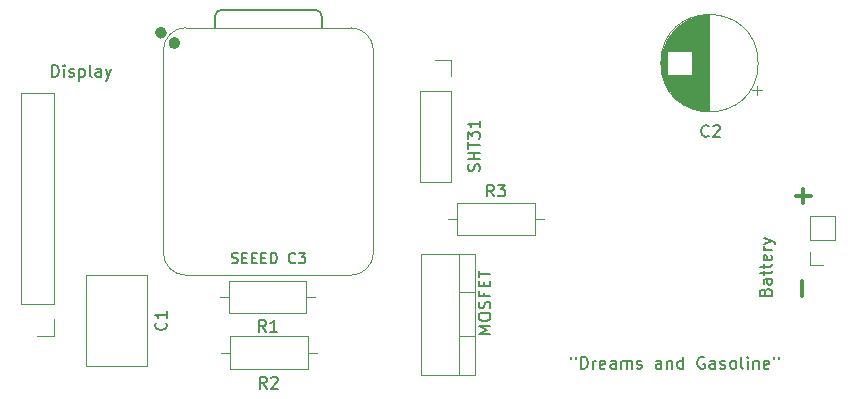
<source format=gbr>
G04 #@! TF.GenerationSoftware,KiCad,Pcbnew,9.0.4*
G04 #@! TF.CreationDate,2026-01-25T14:47:56-08:00*
G04 #@! TF.ProjectId,e-ink_PCB,652d696e-6b5f-4504-9342-2e6b69636164,rev?*
G04 #@! TF.SameCoordinates,Original*
G04 #@! TF.FileFunction,Legend,Top*
G04 #@! TF.FilePolarity,Positive*
%FSLAX46Y46*%
G04 Gerber Fmt 4.6, Leading zero omitted, Abs format (unit mm)*
G04 Created by KiCad (PCBNEW 9.0.4) date 2026-01-25 14:47:56*
%MOMM*%
%LPD*%
G01*
G04 APERTURE LIST*
%ADD10C,0.152400*%
%ADD11C,0.330200*%
%ADD12C,0.150000*%
%ADD13C,0.100000*%
%ADD14C,0.127000*%
%ADD15C,0.504000*%
%ADD16C,0.120000*%
G04 APERTURE END LIST*
D10*
X121693786Y-121351735D02*
X121693786Y-121545259D01*
X122080834Y-121351735D02*
X122080834Y-121545259D01*
X122516262Y-122367735D02*
X122516262Y-121351735D01*
X122516262Y-121351735D02*
X122758167Y-121351735D01*
X122758167Y-121351735D02*
X122903310Y-121400116D01*
X122903310Y-121400116D02*
X123000072Y-121496878D01*
X123000072Y-121496878D02*
X123048453Y-121593640D01*
X123048453Y-121593640D02*
X123096834Y-121787164D01*
X123096834Y-121787164D02*
X123096834Y-121932307D01*
X123096834Y-121932307D02*
X123048453Y-122125831D01*
X123048453Y-122125831D02*
X123000072Y-122222593D01*
X123000072Y-122222593D02*
X122903310Y-122319355D01*
X122903310Y-122319355D02*
X122758167Y-122367735D01*
X122758167Y-122367735D02*
X122516262Y-122367735D01*
X123532262Y-122367735D02*
X123532262Y-121690402D01*
X123532262Y-121883926D02*
X123580643Y-121787164D01*
X123580643Y-121787164D02*
X123629024Y-121738783D01*
X123629024Y-121738783D02*
X123725786Y-121690402D01*
X123725786Y-121690402D02*
X123822548Y-121690402D01*
X124548262Y-122319355D02*
X124451500Y-122367735D01*
X124451500Y-122367735D02*
X124257976Y-122367735D01*
X124257976Y-122367735D02*
X124161214Y-122319355D01*
X124161214Y-122319355D02*
X124112833Y-122222593D01*
X124112833Y-122222593D02*
X124112833Y-121835545D01*
X124112833Y-121835545D02*
X124161214Y-121738783D01*
X124161214Y-121738783D02*
X124257976Y-121690402D01*
X124257976Y-121690402D02*
X124451500Y-121690402D01*
X124451500Y-121690402D02*
X124548262Y-121738783D01*
X124548262Y-121738783D02*
X124596643Y-121835545D01*
X124596643Y-121835545D02*
X124596643Y-121932307D01*
X124596643Y-121932307D02*
X124112833Y-122029069D01*
X125467500Y-122367735D02*
X125467500Y-121835545D01*
X125467500Y-121835545D02*
X125419119Y-121738783D01*
X125419119Y-121738783D02*
X125322357Y-121690402D01*
X125322357Y-121690402D02*
X125128833Y-121690402D01*
X125128833Y-121690402D02*
X125032071Y-121738783D01*
X125467500Y-122319355D02*
X125370738Y-122367735D01*
X125370738Y-122367735D02*
X125128833Y-122367735D01*
X125128833Y-122367735D02*
X125032071Y-122319355D01*
X125032071Y-122319355D02*
X124983690Y-122222593D01*
X124983690Y-122222593D02*
X124983690Y-122125831D01*
X124983690Y-122125831D02*
X125032071Y-122029069D01*
X125032071Y-122029069D02*
X125128833Y-121980688D01*
X125128833Y-121980688D02*
X125370738Y-121980688D01*
X125370738Y-121980688D02*
X125467500Y-121932307D01*
X125951309Y-122367735D02*
X125951309Y-121690402D01*
X125951309Y-121787164D02*
X125999690Y-121738783D01*
X125999690Y-121738783D02*
X126096452Y-121690402D01*
X126096452Y-121690402D02*
X126241595Y-121690402D01*
X126241595Y-121690402D02*
X126338357Y-121738783D01*
X126338357Y-121738783D02*
X126386738Y-121835545D01*
X126386738Y-121835545D02*
X126386738Y-122367735D01*
X126386738Y-121835545D02*
X126435119Y-121738783D01*
X126435119Y-121738783D02*
X126531881Y-121690402D01*
X126531881Y-121690402D02*
X126677024Y-121690402D01*
X126677024Y-121690402D02*
X126773785Y-121738783D01*
X126773785Y-121738783D02*
X126822166Y-121835545D01*
X126822166Y-121835545D02*
X126822166Y-122367735D01*
X127257595Y-122319355D02*
X127354357Y-122367735D01*
X127354357Y-122367735D02*
X127547881Y-122367735D01*
X127547881Y-122367735D02*
X127644643Y-122319355D01*
X127644643Y-122319355D02*
X127693024Y-122222593D01*
X127693024Y-122222593D02*
X127693024Y-122174212D01*
X127693024Y-122174212D02*
X127644643Y-122077450D01*
X127644643Y-122077450D02*
X127547881Y-122029069D01*
X127547881Y-122029069D02*
X127402738Y-122029069D01*
X127402738Y-122029069D02*
X127305976Y-121980688D01*
X127305976Y-121980688D02*
X127257595Y-121883926D01*
X127257595Y-121883926D02*
X127257595Y-121835545D01*
X127257595Y-121835545D02*
X127305976Y-121738783D01*
X127305976Y-121738783D02*
X127402738Y-121690402D01*
X127402738Y-121690402D02*
X127547881Y-121690402D01*
X127547881Y-121690402D02*
X127644643Y-121738783D01*
X129337976Y-122367735D02*
X129337976Y-121835545D01*
X129337976Y-121835545D02*
X129289595Y-121738783D01*
X129289595Y-121738783D02*
X129192833Y-121690402D01*
X129192833Y-121690402D02*
X128999309Y-121690402D01*
X128999309Y-121690402D02*
X128902547Y-121738783D01*
X129337976Y-122319355D02*
X129241214Y-122367735D01*
X129241214Y-122367735D02*
X128999309Y-122367735D01*
X128999309Y-122367735D02*
X128902547Y-122319355D01*
X128902547Y-122319355D02*
X128854166Y-122222593D01*
X128854166Y-122222593D02*
X128854166Y-122125831D01*
X128854166Y-122125831D02*
X128902547Y-122029069D01*
X128902547Y-122029069D02*
X128999309Y-121980688D01*
X128999309Y-121980688D02*
X129241214Y-121980688D01*
X129241214Y-121980688D02*
X129337976Y-121932307D01*
X129821785Y-121690402D02*
X129821785Y-122367735D01*
X129821785Y-121787164D02*
X129870166Y-121738783D01*
X129870166Y-121738783D02*
X129966928Y-121690402D01*
X129966928Y-121690402D02*
X130112071Y-121690402D01*
X130112071Y-121690402D02*
X130208833Y-121738783D01*
X130208833Y-121738783D02*
X130257214Y-121835545D01*
X130257214Y-121835545D02*
X130257214Y-122367735D01*
X131176452Y-122367735D02*
X131176452Y-121351735D01*
X131176452Y-122319355D02*
X131079690Y-122367735D01*
X131079690Y-122367735D02*
X130886166Y-122367735D01*
X130886166Y-122367735D02*
X130789404Y-122319355D01*
X130789404Y-122319355D02*
X130741023Y-122270974D01*
X130741023Y-122270974D02*
X130692642Y-122174212D01*
X130692642Y-122174212D02*
X130692642Y-121883926D01*
X130692642Y-121883926D02*
X130741023Y-121787164D01*
X130741023Y-121787164D02*
X130789404Y-121738783D01*
X130789404Y-121738783D02*
X130886166Y-121690402D01*
X130886166Y-121690402D02*
X131079690Y-121690402D01*
X131079690Y-121690402D02*
X131176452Y-121738783D01*
X132966547Y-121400116D02*
X132869785Y-121351735D01*
X132869785Y-121351735D02*
X132724642Y-121351735D01*
X132724642Y-121351735D02*
X132579499Y-121400116D01*
X132579499Y-121400116D02*
X132482737Y-121496878D01*
X132482737Y-121496878D02*
X132434356Y-121593640D01*
X132434356Y-121593640D02*
X132385975Y-121787164D01*
X132385975Y-121787164D02*
X132385975Y-121932307D01*
X132385975Y-121932307D02*
X132434356Y-122125831D01*
X132434356Y-122125831D02*
X132482737Y-122222593D01*
X132482737Y-122222593D02*
X132579499Y-122319355D01*
X132579499Y-122319355D02*
X132724642Y-122367735D01*
X132724642Y-122367735D02*
X132821404Y-122367735D01*
X132821404Y-122367735D02*
X132966547Y-122319355D01*
X132966547Y-122319355D02*
X133014928Y-122270974D01*
X133014928Y-122270974D02*
X133014928Y-121932307D01*
X133014928Y-121932307D02*
X132821404Y-121932307D01*
X133885785Y-122367735D02*
X133885785Y-121835545D01*
X133885785Y-121835545D02*
X133837404Y-121738783D01*
X133837404Y-121738783D02*
X133740642Y-121690402D01*
X133740642Y-121690402D02*
X133547118Y-121690402D01*
X133547118Y-121690402D02*
X133450356Y-121738783D01*
X133885785Y-122319355D02*
X133789023Y-122367735D01*
X133789023Y-122367735D02*
X133547118Y-122367735D01*
X133547118Y-122367735D02*
X133450356Y-122319355D01*
X133450356Y-122319355D02*
X133401975Y-122222593D01*
X133401975Y-122222593D02*
X133401975Y-122125831D01*
X133401975Y-122125831D02*
X133450356Y-122029069D01*
X133450356Y-122029069D02*
X133547118Y-121980688D01*
X133547118Y-121980688D02*
X133789023Y-121980688D01*
X133789023Y-121980688D02*
X133885785Y-121932307D01*
X134321213Y-122319355D02*
X134417975Y-122367735D01*
X134417975Y-122367735D02*
X134611499Y-122367735D01*
X134611499Y-122367735D02*
X134708261Y-122319355D01*
X134708261Y-122319355D02*
X134756642Y-122222593D01*
X134756642Y-122222593D02*
X134756642Y-122174212D01*
X134756642Y-122174212D02*
X134708261Y-122077450D01*
X134708261Y-122077450D02*
X134611499Y-122029069D01*
X134611499Y-122029069D02*
X134466356Y-122029069D01*
X134466356Y-122029069D02*
X134369594Y-121980688D01*
X134369594Y-121980688D02*
X134321213Y-121883926D01*
X134321213Y-121883926D02*
X134321213Y-121835545D01*
X134321213Y-121835545D02*
X134369594Y-121738783D01*
X134369594Y-121738783D02*
X134466356Y-121690402D01*
X134466356Y-121690402D02*
X134611499Y-121690402D01*
X134611499Y-121690402D02*
X134708261Y-121738783D01*
X135337213Y-122367735D02*
X135240451Y-122319355D01*
X135240451Y-122319355D02*
X135192070Y-122270974D01*
X135192070Y-122270974D02*
X135143689Y-122174212D01*
X135143689Y-122174212D02*
X135143689Y-121883926D01*
X135143689Y-121883926D02*
X135192070Y-121787164D01*
X135192070Y-121787164D02*
X135240451Y-121738783D01*
X135240451Y-121738783D02*
X135337213Y-121690402D01*
X135337213Y-121690402D02*
X135482356Y-121690402D01*
X135482356Y-121690402D02*
X135579118Y-121738783D01*
X135579118Y-121738783D02*
X135627499Y-121787164D01*
X135627499Y-121787164D02*
X135675880Y-121883926D01*
X135675880Y-121883926D02*
X135675880Y-122174212D01*
X135675880Y-122174212D02*
X135627499Y-122270974D01*
X135627499Y-122270974D02*
X135579118Y-122319355D01*
X135579118Y-122319355D02*
X135482356Y-122367735D01*
X135482356Y-122367735D02*
X135337213Y-122367735D01*
X136256451Y-122367735D02*
X136159689Y-122319355D01*
X136159689Y-122319355D02*
X136111308Y-122222593D01*
X136111308Y-122222593D02*
X136111308Y-121351735D01*
X136643498Y-122367735D02*
X136643498Y-121690402D01*
X136643498Y-121351735D02*
X136595117Y-121400116D01*
X136595117Y-121400116D02*
X136643498Y-121448497D01*
X136643498Y-121448497D02*
X136691879Y-121400116D01*
X136691879Y-121400116D02*
X136643498Y-121351735D01*
X136643498Y-121351735D02*
X136643498Y-121448497D01*
X137127308Y-121690402D02*
X137127308Y-122367735D01*
X137127308Y-121787164D02*
X137175689Y-121738783D01*
X137175689Y-121738783D02*
X137272451Y-121690402D01*
X137272451Y-121690402D02*
X137417594Y-121690402D01*
X137417594Y-121690402D02*
X137514356Y-121738783D01*
X137514356Y-121738783D02*
X137562737Y-121835545D01*
X137562737Y-121835545D02*
X137562737Y-122367735D01*
X138433594Y-122319355D02*
X138336832Y-122367735D01*
X138336832Y-122367735D02*
X138143308Y-122367735D01*
X138143308Y-122367735D02*
X138046546Y-122319355D01*
X138046546Y-122319355D02*
X137998165Y-122222593D01*
X137998165Y-122222593D02*
X137998165Y-121835545D01*
X137998165Y-121835545D02*
X138046546Y-121738783D01*
X138046546Y-121738783D02*
X138143308Y-121690402D01*
X138143308Y-121690402D02*
X138336832Y-121690402D01*
X138336832Y-121690402D02*
X138433594Y-121738783D01*
X138433594Y-121738783D02*
X138481975Y-121835545D01*
X138481975Y-121835545D02*
X138481975Y-121932307D01*
X138481975Y-121932307D02*
X137998165Y-122029069D01*
X138869022Y-121351735D02*
X138869022Y-121545259D01*
X139256070Y-121351735D02*
X139256070Y-121545259D01*
D11*
X141251826Y-116189668D02*
X141251826Y-114931764D01*
X140710331Y-107751826D02*
X141968236Y-107751826D01*
X141339283Y-108380779D02*
X141339283Y-107122874D01*
D10*
X92943500Y-113401011D02*
X93070500Y-113443344D01*
X93070500Y-113443344D02*
X93282167Y-113443344D01*
X93282167Y-113443344D02*
X93366833Y-113401011D01*
X93366833Y-113401011D02*
X93409167Y-113358677D01*
X93409167Y-113358677D02*
X93451500Y-113274011D01*
X93451500Y-113274011D02*
X93451500Y-113189344D01*
X93451500Y-113189344D02*
X93409167Y-113104677D01*
X93409167Y-113104677D02*
X93366833Y-113062344D01*
X93366833Y-113062344D02*
X93282167Y-113020011D01*
X93282167Y-113020011D02*
X93112833Y-112977677D01*
X93112833Y-112977677D02*
X93028167Y-112935344D01*
X93028167Y-112935344D02*
X92985833Y-112893011D01*
X92985833Y-112893011D02*
X92943500Y-112808344D01*
X92943500Y-112808344D02*
X92943500Y-112723677D01*
X92943500Y-112723677D02*
X92985833Y-112639011D01*
X92985833Y-112639011D02*
X93028167Y-112596677D01*
X93028167Y-112596677D02*
X93112833Y-112554344D01*
X93112833Y-112554344D02*
X93324500Y-112554344D01*
X93324500Y-112554344D02*
X93451500Y-112596677D01*
X93832500Y-112977677D02*
X94128834Y-112977677D01*
X94255834Y-113443344D02*
X93832500Y-113443344D01*
X93832500Y-113443344D02*
X93832500Y-112554344D01*
X93832500Y-112554344D02*
X94255834Y-112554344D01*
X94636833Y-112977677D02*
X94933167Y-112977677D01*
X95060167Y-113443344D02*
X94636833Y-113443344D01*
X94636833Y-113443344D02*
X94636833Y-112554344D01*
X94636833Y-112554344D02*
X95060167Y-112554344D01*
X95441166Y-112977677D02*
X95737500Y-112977677D01*
X95864500Y-113443344D02*
X95441166Y-113443344D01*
X95441166Y-113443344D02*
X95441166Y-112554344D01*
X95441166Y-112554344D02*
X95864500Y-112554344D01*
X96245499Y-113443344D02*
X96245499Y-112554344D01*
X96245499Y-112554344D02*
X96457166Y-112554344D01*
X96457166Y-112554344D02*
X96584166Y-112596677D01*
X96584166Y-112596677D02*
X96668833Y-112681344D01*
X96668833Y-112681344D02*
X96711166Y-112766011D01*
X96711166Y-112766011D02*
X96753499Y-112935344D01*
X96753499Y-112935344D02*
X96753499Y-113062344D01*
X96753499Y-113062344D02*
X96711166Y-113231677D01*
X96711166Y-113231677D02*
X96668833Y-113316344D01*
X96668833Y-113316344D02*
X96584166Y-113401011D01*
X96584166Y-113401011D02*
X96457166Y-113443344D01*
X96457166Y-113443344D02*
X96245499Y-113443344D01*
X98319832Y-113358677D02*
X98277499Y-113401011D01*
X98277499Y-113401011D02*
X98150499Y-113443344D01*
X98150499Y-113443344D02*
X98065832Y-113443344D01*
X98065832Y-113443344D02*
X97938832Y-113401011D01*
X97938832Y-113401011D02*
X97854166Y-113316344D01*
X97854166Y-113316344D02*
X97811832Y-113231677D01*
X97811832Y-113231677D02*
X97769499Y-113062344D01*
X97769499Y-113062344D02*
X97769499Y-112935344D01*
X97769499Y-112935344D02*
X97811832Y-112766011D01*
X97811832Y-112766011D02*
X97854166Y-112681344D01*
X97854166Y-112681344D02*
X97938832Y-112596677D01*
X97938832Y-112596677D02*
X98065832Y-112554344D01*
X98065832Y-112554344D02*
X98150499Y-112554344D01*
X98150499Y-112554344D02*
X98277499Y-112596677D01*
X98277499Y-112596677D02*
X98319832Y-112639011D01*
X98616166Y-112554344D02*
X99166499Y-112554344D01*
X99166499Y-112554344D02*
X98870166Y-112893011D01*
X98870166Y-112893011D02*
X98997166Y-112893011D01*
X98997166Y-112893011D02*
X99081832Y-112935344D01*
X99081832Y-112935344D02*
X99124166Y-112977677D01*
X99124166Y-112977677D02*
X99166499Y-113062344D01*
X99166499Y-113062344D02*
X99166499Y-113274011D01*
X99166499Y-113274011D02*
X99124166Y-113358677D01*
X99124166Y-113358677D02*
X99081832Y-113401011D01*
X99081832Y-113401011D02*
X98997166Y-113443344D01*
X98997166Y-113443344D02*
X98743166Y-113443344D01*
X98743166Y-113443344D02*
X98658499Y-113401011D01*
X98658499Y-113401011D02*
X98616166Y-113358677D01*
D12*
X113907200Y-105642856D02*
X113954819Y-105499999D01*
X113954819Y-105499999D02*
X113954819Y-105261904D01*
X113954819Y-105261904D02*
X113907200Y-105166666D01*
X113907200Y-105166666D02*
X113859580Y-105119047D01*
X113859580Y-105119047D02*
X113764342Y-105071428D01*
X113764342Y-105071428D02*
X113669104Y-105071428D01*
X113669104Y-105071428D02*
X113573866Y-105119047D01*
X113573866Y-105119047D02*
X113526247Y-105166666D01*
X113526247Y-105166666D02*
X113478628Y-105261904D01*
X113478628Y-105261904D02*
X113431009Y-105452380D01*
X113431009Y-105452380D02*
X113383390Y-105547618D01*
X113383390Y-105547618D02*
X113335771Y-105595237D01*
X113335771Y-105595237D02*
X113240533Y-105642856D01*
X113240533Y-105642856D02*
X113145295Y-105642856D01*
X113145295Y-105642856D02*
X113050057Y-105595237D01*
X113050057Y-105595237D02*
X113002438Y-105547618D01*
X113002438Y-105547618D02*
X112954819Y-105452380D01*
X112954819Y-105452380D02*
X112954819Y-105214285D01*
X112954819Y-105214285D02*
X113002438Y-105071428D01*
X113954819Y-104642856D02*
X112954819Y-104642856D01*
X113431009Y-104642856D02*
X113431009Y-104071428D01*
X113954819Y-104071428D02*
X112954819Y-104071428D01*
X112954819Y-103738094D02*
X112954819Y-103166666D01*
X113954819Y-103452380D02*
X112954819Y-103452380D01*
X112954819Y-102928570D02*
X112954819Y-102309523D01*
X112954819Y-102309523D02*
X113335771Y-102642856D01*
X113335771Y-102642856D02*
X113335771Y-102499999D01*
X113335771Y-102499999D02*
X113383390Y-102404761D01*
X113383390Y-102404761D02*
X113431009Y-102357142D01*
X113431009Y-102357142D02*
X113526247Y-102309523D01*
X113526247Y-102309523D02*
X113764342Y-102309523D01*
X113764342Y-102309523D02*
X113859580Y-102357142D01*
X113859580Y-102357142D02*
X113907200Y-102404761D01*
X113907200Y-102404761D02*
X113954819Y-102499999D01*
X113954819Y-102499999D02*
X113954819Y-102785713D01*
X113954819Y-102785713D02*
X113907200Y-102880951D01*
X113907200Y-102880951D02*
X113859580Y-102928570D01*
X113954819Y-101357142D02*
X113954819Y-101928570D01*
X113954819Y-101642856D02*
X112954819Y-101642856D01*
X112954819Y-101642856D02*
X113097676Y-101738094D01*
X113097676Y-101738094D02*
X113192914Y-101833332D01*
X113192914Y-101833332D02*
X113240533Y-101928570D01*
X115153333Y-107784819D02*
X114820000Y-107308628D01*
X114581905Y-107784819D02*
X114581905Y-106784819D01*
X114581905Y-106784819D02*
X114962857Y-106784819D01*
X114962857Y-106784819D02*
X115058095Y-106832438D01*
X115058095Y-106832438D02*
X115105714Y-106880057D01*
X115105714Y-106880057D02*
X115153333Y-106975295D01*
X115153333Y-106975295D02*
X115153333Y-107118152D01*
X115153333Y-107118152D02*
X115105714Y-107213390D01*
X115105714Y-107213390D02*
X115058095Y-107261009D01*
X115058095Y-107261009D02*
X114962857Y-107308628D01*
X114962857Y-107308628D02*
X114581905Y-107308628D01*
X115486667Y-106784819D02*
X116105714Y-106784819D01*
X116105714Y-106784819D02*
X115772381Y-107165771D01*
X115772381Y-107165771D02*
X115915238Y-107165771D01*
X115915238Y-107165771D02*
X116010476Y-107213390D01*
X116010476Y-107213390D02*
X116058095Y-107261009D01*
X116058095Y-107261009D02*
X116105714Y-107356247D01*
X116105714Y-107356247D02*
X116105714Y-107594342D01*
X116105714Y-107594342D02*
X116058095Y-107689580D01*
X116058095Y-107689580D02*
X116010476Y-107737200D01*
X116010476Y-107737200D02*
X115915238Y-107784819D01*
X115915238Y-107784819D02*
X115629524Y-107784819D01*
X115629524Y-107784819D02*
X115534286Y-107737200D01*
X115534286Y-107737200D02*
X115486667Y-107689580D01*
X95833333Y-119254819D02*
X95500000Y-118778628D01*
X95261905Y-119254819D02*
X95261905Y-118254819D01*
X95261905Y-118254819D02*
X95642857Y-118254819D01*
X95642857Y-118254819D02*
X95738095Y-118302438D01*
X95738095Y-118302438D02*
X95785714Y-118350057D01*
X95785714Y-118350057D02*
X95833333Y-118445295D01*
X95833333Y-118445295D02*
X95833333Y-118588152D01*
X95833333Y-118588152D02*
X95785714Y-118683390D01*
X95785714Y-118683390D02*
X95738095Y-118731009D01*
X95738095Y-118731009D02*
X95642857Y-118778628D01*
X95642857Y-118778628D02*
X95261905Y-118778628D01*
X96785714Y-119254819D02*
X96214286Y-119254819D01*
X96500000Y-119254819D02*
X96500000Y-118254819D01*
X96500000Y-118254819D02*
X96404762Y-118397676D01*
X96404762Y-118397676D02*
X96309524Y-118492914D01*
X96309524Y-118492914D02*
X96214286Y-118540533D01*
X114854819Y-119395237D02*
X113854819Y-119395237D01*
X113854819Y-119395237D02*
X114569104Y-119061904D01*
X114569104Y-119061904D02*
X113854819Y-118728571D01*
X113854819Y-118728571D02*
X114854819Y-118728571D01*
X113854819Y-118061904D02*
X113854819Y-117871428D01*
X113854819Y-117871428D02*
X113902438Y-117776190D01*
X113902438Y-117776190D02*
X113997676Y-117680952D01*
X113997676Y-117680952D02*
X114188152Y-117633333D01*
X114188152Y-117633333D02*
X114521485Y-117633333D01*
X114521485Y-117633333D02*
X114711961Y-117680952D01*
X114711961Y-117680952D02*
X114807200Y-117776190D01*
X114807200Y-117776190D02*
X114854819Y-117871428D01*
X114854819Y-117871428D02*
X114854819Y-118061904D01*
X114854819Y-118061904D02*
X114807200Y-118157142D01*
X114807200Y-118157142D02*
X114711961Y-118252380D01*
X114711961Y-118252380D02*
X114521485Y-118299999D01*
X114521485Y-118299999D02*
X114188152Y-118299999D01*
X114188152Y-118299999D02*
X113997676Y-118252380D01*
X113997676Y-118252380D02*
X113902438Y-118157142D01*
X113902438Y-118157142D02*
X113854819Y-118061904D01*
X114807200Y-117252380D02*
X114854819Y-117109523D01*
X114854819Y-117109523D02*
X114854819Y-116871428D01*
X114854819Y-116871428D02*
X114807200Y-116776190D01*
X114807200Y-116776190D02*
X114759580Y-116728571D01*
X114759580Y-116728571D02*
X114664342Y-116680952D01*
X114664342Y-116680952D02*
X114569104Y-116680952D01*
X114569104Y-116680952D02*
X114473866Y-116728571D01*
X114473866Y-116728571D02*
X114426247Y-116776190D01*
X114426247Y-116776190D02*
X114378628Y-116871428D01*
X114378628Y-116871428D02*
X114331009Y-117061904D01*
X114331009Y-117061904D02*
X114283390Y-117157142D01*
X114283390Y-117157142D02*
X114235771Y-117204761D01*
X114235771Y-117204761D02*
X114140533Y-117252380D01*
X114140533Y-117252380D02*
X114045295Y-117252380D01*
X114045295Y-117252380D02*
X113950057Y-117204761D01*
X113950057Y-117204761D02*
X113902438Y-117157142D01*
X113902438Y-117157142D02*
X113854819Y-117061904D01*
X113854819Y-117061904D02*
X113854819Y-116823809D01*
X113854819Y-116823809D02*
X113902438Y-116680952D01*
X114331009Y-115919047D02*
X114331009Y-116252380D01*
X114854819Y-116252380D02*
X113854819Y-116252380D01*
X113854819Y-116252380D02*
X113854819Y-115776190D01*
X114331009Y-115395237D02*
X114331009Y-115061904D01*
X114854819Y-114919047D02*
X114854819Y-115395237D01*
X114854819Y-115395237D02*
X113854819Y-115395237D01*
X113854819Y-115395237D02*
X113854819Y-114919047D01*
X113854819Y-114633332D02*
X113854819Y-114061904D01*
X114854819Y-114347618D02*
X113854819Y-114347618D01*
X138131009Y-115871429D02*
X138178628Y-115728572D01*
X138178628Y-115728572D02*
X138226247Y-115680953D01*
X138226247Y-115680953D02*
X138321485Y-115633334D01*
X138321485Y-115633334D02*
X138464342Y-115633334D01*
X138464342Y-115633334D02*
X138559580Y-115680953D01*
X138559580Y-115680953D02*
X138607200Y-115728572D01*
X138607200Y-115728572D02*
X138654819Y-115823810D01*
X138654819Y-115823810D02*
X138654819Y-116204762D01*
X138654819Y-116204762D02*
X137654819Y-116204762D01*
X137654819Y-116204762D02*
X137654819Y-115871429D01*
X137654819Y-115871429D02*
X137702438Y-115776191D01*
X137702438Y-115776191D02*
X137750057Y-115728572D01*
X137750057Y-115728572D02*
X137845295Y-115680953D01*
X137845295Y-115680953D02*
X137940533Y-115680953D01*
X137940533Y-115680953D02*
X138035771Y-115728572D01*
X138035771Y-115728572D02*
X138083390Y-115776191D01*
X138083390Y-115776191D02*
X138131009Y-115871429D01*
X138131009Y-115871429D02*
X138131009Y-116204762D01*
X138654819Y-114776191D02*
X138131009Y-114776191D01*
X138131009Y-114776191D02*
X138035771Y-114823810D01*
X138035771Y-114823810D02*
X137988152Y-114919048D01*
X137988152Y-114919048D02*
X137988152Y-115109524D01*
X137988152Y-115109524D02*
X138035771Y-115204762D01*
X138607200Y-114776191D02*
X138654819Y-114871429D01*
X138654819Y-114871429D02*
X138654819Y-115109524D01*
X138654819Y-115109524D02*
X138607200Y-115204762D01*
X138607200Y-115204762D02*
X138511961Y-115252381D01*
X138511961Y-115252381D02*
X138416723Y-115252381D01*
X138416723Y-115252381D02*
X138321485Y-115204762D01*
X138321485Y-115204762D02*
X138273866Y-115109524D01*
X138273866Y-115109524D02*
X138273866Y-114871429D01*
X138273866Y-114871429D02*
X138226247Y-114776191D01*
X137988152Y-114442857D02*
X137988152Y-114061905D01*
X137654819Y-114300000D02*
X138511961Y-114300000D01*
X138511961Y-114300000D02*
X138607200Y-114252381D01*
X138607200Y-114252381D02*
X138654819Y-114157143D01*
X138654819Y-114157143D02*
X138654819Y-114061905D01*
X137988152Y-113871428D02*
X137988152Y-113490476D01*
X137654819Y-113728571D02*
X138511961Y-113728571D01*
X138511961Y-113728571D02*
X138607200Y-113680952D01*
X138607200Y-113680952D02*
X138654819Y-113585714D01*
X138654819Y-113585714D02*
X138654819Y-113490476D01*
X138607200Y-112776190D02*
X138654819Y-112871428D01*
X138654819Y-112871428D02*
X138654819Y-113061904D01*
X138654819Y-113061904D02*
X138607200Y-113157142D01*
X138607200Y-113157142D02*
X138511961Y-113204761D01*
X138511961Y-113204761D02*
X138131009Y-113204761D01*
X138131009Y-113204761D02*
X138035771Y-113157142D01*
X138035771Y-113157142D02*
X137988152Y-113061904D01*
X137988152Y-113061904D02*
X137988152Y-112871428D01*
X137988152Y-112871428D02*
X138035771Y-112776190D01*
X138035771Y-112776190D02*
X138131009Y-112728571D01*
X138131009Y-112728571D02*
X138226247Y-112728571D01*
X138226247Y-112728571D02*
X138321485Y-113204761D01*
X138654819Y-112299999D02*
X137988152Y-112299999D01*
X138178628Y-112299999D02*
X138083390Y-112252380D01*
X138083390Y-112252380D02*
X138035771Y-112204761D01*
X138035771Y-112204761D02*
X137988152Y-112109523D01*
X137988152Y-112109523D02*
X137988152Y-112014285D01*
X137988152Y-111776189D02*
X138654819Y-111538094D01*
X137988152Y-111299999D02*
X138654819Y-111538094D01*
X138654819Y-111538094D02*
X138892914Y-111633332D01*
X138892914Y-111633332D02*
X138940533Y-111680951D01*
X138940533Y-111680951D02*
X138988152Y-111776189D01*
X133333333Y-102659580D02*
X133285714Y-102707200D01*
X133285714Y-102707200D02*
X133142857Y-102754819D01*
X133142857Y-102754819D02*
X133047619Y-102754819D01*
X133047619Y-102754819D02*
X132904762Y-102707200D01*
X132904762Y-102707200D02*
X132809524Y-102611961D01*
X132809524Y-102611961D02*
X132761905Y-102516723D01*
X132761905Y-102516723D02*
X132714286Y-102326247D01*
X132714286Y-102326247D02*
X132714286Y-102183390D01*
X132714286Y-102183390D02*
X132761905Y-101992914D01*
X132761905Y-101992914D02*
X132809524Y-101897676D01*
X132809524Y-101897676D02*
X132904762Y-101802438D01*
X132904762Y-101802438D02*
X133047619Y-101754819D01*
X133047619Y-101754819D02*
X133142857Y-101754819D01*
X133142857Y-101754819D02*
X133285714Y-101802438D01*
X133285714Y-101802438D02*
X133333333Y-101850057D01*
X133714286Y-101850057D02*
X133761905Y-101802438D01*
X133761905Y-101802438D02*
X133857143Y-101754819D01*
X133857143Y-101754819D02*
X134095238Y-101754819D01*
X134095238Y-101754819D02*
X134190476Y-101802438D01*
X134190476Y-101802438D02*
X134238095Y-101850057D01*
X134238095Y-101850057D02*
X134285714Y-101945295D01*
X134285714Y-101945295D02*
X134285714Y-102040533D01*
X134285714Y-102040533D02*
X134238095Y-102183390D01*
X134238095Y-102183390D02*
X133666667Y-102754819D01*
X133666667Y-102754819D02*
X134285714Y-102754819D01*
X87359580Y-118466666D02*
X87407200Y-118514285D01*
X87407200Y-118514285D02*
X87454819Y-118657142D01*
X87454819Y-118657142D02*
X87454819Y-118752380D01*
X87454819Y-118752380D02*
X87407200Y-118895237D01*
X87407200Y-118895237D02*
X87311961Y-118990475D01*
X87311961Y-118990475D02*
X87216723Y-119038094D01*
X87216723Y-119038094D02*
X87026247Y-119085713D01*
X87026247Y-119085713D02*
X86883390Y-119085713D01*
X86883390Y-119085713D02*
X86692914Y-119038094D01*
X86692914Y-119038094D02*
X86597676Y-118990475D01*
X86597676Y-118990475D02*
X86502438Y-118895237D01*
X86502438Y-118895237D02*
X86454819Y-118752380D01*
X86454819Y-118752380D02*
X86454819Y-118657142D01*
X86454819Y-118657142D02*
X86502438Y-118514285D01*
X86502438Y-118514285D02*
X86550057Y-118466666D01*
X87454819Y-117514285D02*
X87454819Y-118085713D01*
X87454819Y-117799999D02*
X86454819Y-117799999D01*
X86454819Y-117799999D02*
X86597676Y-117895237D01*
X86597676Y-117895237D02*
X86692914Y-117990475D01*
X86692914Y-117990475D02*
X86740533Y-118085713D01*
X77747619Y-97654819D02*
X77747619Y-96654819D01*
X77747619Y-96654819D02*
X77985714Y-96654819D01*
X77985714Y-96654819D02*
X78128571Y-96702438D01*
X78128571Y-96702438D02*
X78223809Y-96797676D01*
X78223809Y-96797676D02*
X78271428Y-96892914D01*
X78271428Y-96892914D02*
X78319047Y-97083390D01*
X78319047Y-97083390D02*
X78319047Y-97226247D01*
X78319047Y-97226247D02*
X78271428Y-97416723D01*
X78271428Y-97416723D02*
X78223809Y-97511961D01*
X78223809Y-97511961D02*
X78128571Y-97607200D01*
X78128571Y-97607200D02*
X77985714Y-97654819D01*
X77985714Y-97654819D02*
X77747619Y-97654819D01*
X78747619Y-97654819D02*
X78747619Y-96988152D01*
X78747619Y-96654819D02*
X78700000Y-96702438D01*
X78700000Y-96702438D02*
X78747619Y-96750057D01*
X78747619Y-96750057D02*
X78795238Y-96702438D01*
X78795238Y-96702438D02*
X78747619Y-96654819D01*
X78747619Y-96654819D02*
X78747619Y-96750057D01*
X79176190Y-97607200D02*
X79271428Y-97654819D01*
X79271428Y-97654819D02*
X79461904Y-97654819D01*
X79461904Y-97654819D02*
X79557142Y-97607200D01*
X79557142Y-97607200D02*
X79604761Y-97511961D01*
X79604761Y-97511961D02*
X79604761Y-97464342D01*
X79604761Y-97464342D02*
X79557142Y-97369104D01*
X79557142Y-97369104D02*
X79461904Y-97321485D01*
X79461904Y-97321485D02*
X79319047Y-97321485D01*
X79319047Y-97321485D02*
X79223809Y-97273866D01*
X79223809Y-97273866D02*
X79176190Y-97178628D01*
X79176190Y-97178628D02*
X79176190Y-97131009D01*
X79176190Y-97131009D02*
X79223809Y-97035771D01*
X79223809Y-97035771D02*
X79319047Y-96988152D01*
X79319047Y-96988152D02*
X79461904Y-96988152D01*
X79461904Y-96988152D02*
X79557142Y-97035771D01*
X80033333Y-96988152D02*
X80033333Y-97988152D01*
X80033333Y-97035771D02*
X80128571Y-96988152D01*
X80128571Y-96988152D02*
X80319047Y-96988152D01*
X80319047Y-96988152D02*
X80414285Y-97035771D01*
X80414285Y-97035771D02*
X80461904Y-97083390D01*
X80461904Y-97083390D02*
X80509523Y-97178628D01*
X80509523Y-97178628D02*
X80509523Y-97464342D01*
X80509523Y-97464342D02*
X80461904Y-97559580D01*
X80461904Y-97559580D02*
X80414285Y-97607200D01*
X80414285Y-97607200D02*
X80319047Y-97654819D01*
X80319047Y-97654819D02*
X80128571Y-97654819D01*
X80128571Y-97654819D02*
X80033333Y-97607200D01*
X81080952Y-97654819D02*
X80985714Y-97607200D01*
X80985714Y-97607200D02*
X80938095Y-97511961D01*
X80938095Y-97511961D02*
X80938095Y-96654819D01*
X81890476Y-97654819D02*
X81890476Y-97131009D01*
X81890476Y-97131009D02*
X81842857Y-97035771D01*
X81842857Y-97035771D02*
X81747619Y-96988152D01*
X81747619Y-96988152D02*
X81557143Y-96988152D01*
X81557143Y-96988152D02*
X81461905Y-97035771D01*
X81890476Y-97607200D02*
X81795238Y-97654819D01*
X81795238Y-97654819D02*
X81557143Y-97654819D01*
X81557143Y-97654819D02*
X81461905Y-97607200D01*
X81461905Y-97607200D02*
X81414286Y-97511961D01*
X81414286Y-97511961D02*
X81414286Y-97416723D01*
X81414286Y-97416723D02*
X81461905Y-97321485D01*
X81461905Y-97321485D02*
X81557143Y-97273866D01*
X81557143Y-97273866D02*
X81795238Y-97273866D01*
X81795238Y-97273866D02*
X81890476Y-97226247D01*
X82271429Y-96988152D02*
X82509524Y-97654819D01*
X82747619Y-96988152D02*
X82509524Y-97654819D01*
X82509524Y-97654819D02*
X82414286Y-97892914D01*
X82414286Y-97892914D02*
X82366667Y-97940533D01*
X82366667Y-97940533D02*
X82271429Y-97988152D01*
X95913333Y-124054819D02*
X95580000Y-123578628D01*
X95341905Y-124054819D02*
X95341905Y-123054819D01*
X95341905Y-123054819D02*
X95722857Y-123054819D01*
X95722857Y-123054819D02*
X95818095Y-123102438D01*
X95818095Y-123102438D02*
X95865714Y-123150057D01*
X95865714Y-123150057D02*
X95913333Y-123245295D01*
X95913333Y-123245295D02*
X95913333Y-123388152D01*
X95913333Y-123388152D02*
X95865714Y-123483390D01*
X95865714Y-123483390D02*
X95818095Y-123531009D01*
X95818095Y-123531009D02*
X95722857Y-123578628D01*
X95722857Y-123578628D02*
X95341905Y-123578628D01*
X96294286Y-123150057D02*
X96341905Y-123102438D01*
X96341905Y-123102438D02*
X96437143Y-123054819D01*
X96437143Y-123054819D02*
X96675238Y-123054819D01*
X96675238Y-123054819D02*
X96770476Y-123102438D01*
X96770476Y-123102438D02*
X96818095Y-123150057D01*
X96818095Y-123150057D02*
X96865714Y-123245295D01*
X96865714Y-123245295D02*
X96865714Y-123340533D01*
X96865714Y-123340533D02*
X96818095Y-123483390D01*
X96818095Y-123483390D02*
X96246667Y-124054819D01*
X96246667Y-124054819D02*
X96865714Y-124054819D01*
D13*
G04 #@! TO.C,J1*
X87165000Y-112553000D02*
X87165000Y-95408000D01*
X89070000Y-114458000D02*
X103040000Y-114458000D01*
D14*
X91560000Y-93503000D02*
X91563728Y-92492728D01*
X92063728Y-91993000D02*
X100059000Y-91993000D01*
X100559000Y-92493000D02*
X100559000Y-93503000D01*
D13*
X103040000Y-93503000D02*
X89070000Y-93503000D01*
X104945000Y-112553000D02*
X104945000Y-95408000D01*
X87165000Y-95404000D02*
G75*
G02*
X89070000Y-93499000I1905001J-1D01*
G01*
X89070000Y-114458000D02*
G75*
G02*
X87165000Y-112553000I1J1905001D01*
G01*
D14*
X91563728Y-92492728D02*
G75*
G02*
X92063728Y-91993001I500018J-291D01*
G01*
X100059000Y-91993000D02*
G75*
G02*
X100559000Y-92493000I0J-500000D01*
G01*
D13*
X103040000Y-93503000D02*
G75*
G02*
X104945000Y-95408000I0J-1905000D01*
G01*
X104945000Y-112553000D02*
G75*
G02*
X103040000Y-114458000I-1905000J0D01*
G01*
D15*
X87207000Y-93919000D02*
G75*
G02*
X86703000Y-93919000I-252000J0D01*
G01*
X86703000Y-93919000D02*
G75*
G02*
X87207000Y-93919000I252000J0D01*
G01*
X88350000Y-94799000D02*
G75*
G02*
X87846000Y-94799000I-252000J0D01*
G01*
X87846000Y-94799000D02*
G75*
G02*
X88350000Y-94799000I252000J0D01*
G01*
D16*
G04 #@! TO.C,J3*
X108870000Y-98850000D02*
X108870000Y-106530000D01*
X108870000Y-98850000D02*
X111530000Y-98850000D01*
X108870000Y-106530000D02*
X111530000Y-106530000D01*
X110200000Y-96250000D02*
X111530000Y-96250000D01*
X111530000Y-96250000D02*
X111530000Y-97580000D01*
X111530000Y-98850000D02*
X111530000Y-106530000D01*
G04 #@! TO.C,R3*
X111280000Y-109700000D02*
X112050000Y-109700000D01*
X119360000Y-109700000D02*
X118590000Y-109700000D01*
X112050000Y-108330000D02*
X118590000Y-108330000D01*
X118590000Y-111070000D01*
X112050000Y-111070000D01*
X112050000Y-108330000D01*
G04 #@! TO.C,R1*
X91960000Y-116300000D02*
X92730000Y-116300000D01*
X100040000Y-116300000D02*
X99270000Y-116300000D01*
X92730000Y-114930000D02*
X99270000Y-114930000D01*
X99270000Y-117670000D01*
X92730000Y-117670000D01*
X92730000Y-114930000D01*
G04 #@! TO.C,MOSFET*
X113560000Y-112650000D02*
X113560000Y-122870000D01*
X112180000Y-112650000D02*
X112180000Y-122870000D01*
X108940000Y-112650000D02*
X113560000Y-112650000D01*
X113560000Y-115910000D02*
X112180000Y-115910000D01*
X113560000Y-119610000D02*
X112180000Y-119610000D01*
X113560000Y-122870000D02*
X108940000Y-122870000D01*
X108940000Y-122870000D02*
X108940000Y-112650000D01*
G04 #@! TO.C,J5*
X144060000Y-111500000D02*
X144060000Y-109440000D01*
X144060000Y-111500000D02*
X141940000Y-111500000D01*
X144060000Y-109440000D02*
X141940000Y-109440000D01*
X143000000Y-113560000D02*
X141940000Y-113560000D01*
X141940000Y-113560000D02*
X141940000Y-112500000D01*
X141940000Y-111500000D02*
X141940000Y-109440000D01*
G04 #@! TO.C,J4*
X137812349Y-98815000D02*
X137012349Y-98815000D01*
X137412349Y-99215000D02*
X137412349Y-98415000D01*
X133402651Y-100580000D02*
X133402651Y-92420000D01*
X133362651Y-100580000D02*
X133362651Y-92420000D01*
X133322651Y-100579000D02*
X133322651Y-92421000D01*
X133282651Y-100578000D02*
X133282651Y-92422000D01*
X133242651Y-100577000D02*
X133242651Y-92423000D01*
X133202651Y-100575000D02*
X133202651Y-92425000D01*
X133162651Y-100573000D02*
X133162651Y-92427000D01*
X133122651Y-100570000D02*
X133122651Y-92430000D01*
X133082651Y-100568000D02*
X133082651Y-92432000D01*
X133042651Y-100564000D02*
X133042651Y-92436000D01*
X133002651Y-100561000D02*
X133002651Y-92439000D01*
X132962651Y-100556000D02*
X132962651Y-92444000D01*
X132922651Y-100552000D02*
X132922651Y-92448000D01*
X132882651Y-100547000D02*
X132882651Y-92453000D01*
X132842651Y-100542000D02*
X132842651Y-92458000D01*
X132802651Y-100536000D02*
X132802651Y-92464000D01*
X132762651Y-100530000D02*
X132762651Y-92470000D01*
X132722651Y-100523000D02*
X132722651Y-92477000D01*
X132682651Y-100517000D02*
X132682651Y-92483000D01*
X132642651Y-100509000D02*
X132642651Y-92491000D01*
X132602651Y-100502000D02*
X132602651Y-92498000D01*
X132562651Y-100493000D02*
X132562651Y-92507000D01*
X132522651Y-100485000D02*
X132522651Y-92515000D01*
X132482651Y-100476000D02*
X132482651Y-92524000D01*
X132442651Y-100467000D02*
X132442651Y-92533000D01*
X132402651Y-100457000D02*
X132402651Y-92543000D01*
X132362651Y-100447000D02*
X132362651Y-92553000D01*
X132322651Y-100436000D02*
X132322651Y-92564000D01*
X132282651Y-100425000D02*
X132282651Y-92575000D01*
X132242651Y-100413000D02*
X132242651Y-92587000D01*
X132202651Y-100401000D02*
X132202651Y-92599000D01*
X132162651Y-100389000D02*
X132162651Y-92611000D01*
X132122651Y-100376000D02*
X132122651Y-92624000D01*
X132082651Y-100363000D02*
X132082651Y-92637000D01*
X132042651Y-100349000D02*
X132042651Y-92651000D01*
X132002651Y-100335000D02*
X132002651Y-92665000D01*
X131962651Y-100320000D02*
X131962651Y-92680000D01*
X131922651Y-100305000D02*
X131922651Y-97540000D01*
X131922651Y-95460000D02*
X131922651Y-92695000D01*
X131882651Y-100289000D02*
X131882651Y-97540000D01*
X131882651Y-95460000D02*
X131882651Y-92711000D01*
X131842651Y-100273000D02*
X131842651Y-97540000D01*
X131842651Y-95460000D02*
X131842651Y-92727000D01*
X131802651Y-100257000D02*
X131802651Y-97540000D01*
X131802651Y-95460000D02*
X131802651Y-92743000D01*
X131762651Y-100240000D02*
X131762651Y-97540000D01*
X131762651Y-95460000D02*
X131762651Y-92760000D01*
X131722651Y-100222000D02*
X131722651Y-97540000D01*
X131722651Y-95460000D02*
X131722651Y-92778000D01*
X131682651Y-100204000D02*
X131682651Y-97540000D01*
X131682651Y-95460000D02*
X131682651Y-92796000D01*
X131642651Y-100185000D02*
X131642651Y-97540000D01*
X131642651Y-95460000D02*
X131642651Y-92815000D01*
X131602651Y-100166000D02*
X131602651Y-97540000D01*
X131602651Y-95460000D02*
X131602651Y-92834000D01*
X131562651Y-100146000D02*
X131562651Y-97540000D01*
X131562651Y-95460000D02*
X131562651Y-92854000D01*
X131522651Y-100126000D02*
X131522651Y-97540000D01*
X131522651Y-95460000D02*
X131522651Y-92874000D01*
X131482651Y-100105000D02*
X131482651Y-97540000D01*
X131482651Y-95460000D02*
X131482651Y-92895000D01*
X131442651Y-100084000D02*
X131442651Y-97540000D01*
X131442651Y-95460000D02*
X131442651Y-92916000D01*
X131402651Y-100062000D02*
X131402651Y-97540000D01*
X131402651Y-95460000D02*
X131402651Y-92938000D01*
X131362651Y-100039000D02*
X131362651Y-97540000D01*
X131362651Y-95460000D02*
X131362651Y-92961000D01*
X131322651Y-100016000D02*
X131322651Y-97540000D01*
X131322651Y-95460000D02*
X131322651Y-92984000D01*
X131282651Y-99993000D02*
X131282651Y-97540000D01*
X131282651Y-95460000D02*
X131282651Y-93007000D01*
X131242651Y-99968000D02*
X131242651Y-97540000D01*
X131242651Y-95460000D02*
X131242651Y-93032000D01*
X131202651Y-99943000D02*
X131202651Y-97540000D01*
X131202651Y-95460000D02*
X131202651Y-93057000D01*
X131162651Y-99918000D02*
X131162651Y-97540000D01*
X131162651Y-95460000D02*
X131162651Y-93082000D01*
X131122651Y-99892000D02*
X131122651Y-97540000D01*
X131122651Y-95460000D02*
X131122651Y-93108000D01*
X131082651Y-99865000D02*
X131082651Y-97540000D01*
X131082651Y-95460000D02*
X131082651Y-93135000D01*
X131042651Y-99837000D02*
X131042651Y-97540000D01*
X131042651Y-95460000D02*
X131042651Y-93163000D01*
X131002651Y-99809000D02*
X131002651Y-97540000D01*
X131002651Y-95460000D02*
X131002651Y-93191000D01*
X130962651Y-99780000D02*
X130962651Y-97540000D01*
X130962651Y-95460000D02*
X130962651Y-93220000D01*
X130922651Y-99750000D02*
X130922651Y-97540000D01*
X130922651Y-95460000D02*
X130922651Y-93250000D01*
X130882651Y-99719000D02*
X130882651Y-97540000D01*
X130882651Y-95460000D02*
X130882651Y-93281000D01*
X130842651Y-99688000D02*
X130842651Y-97540000D01*
X130842651Y-95460000D02*
X130842651Y-93312000D01*
X130802651Y-99656000D02*
X130802651Y-97540000D01*
X130802651Y-95460000D02*
X130802651Y-93344000D01*
X130762651Y-99623000D02*
X130762651Y-97540000D01*
X130762651Y-95460000D02*
X130762651Y-93377000D01*
X130722651Y-99589000D02*
X130722651Y-97540000D01*
X130722651Y-95460000D02*
X130722651Y-93411000D01*
X130682651Y-99555000D02*
X130682651Y-97540000D01*
X130682651Y-95460000D02*
X130682651Y-93445000D01*
X130642651Y-99519000D02*
X130642651Y-97540000D01*
X130642651Y-95460000D02*
X130642651Y-93481000D01*
X130602651Y-99482000D02*
X130602651Y-97540000D01*
X130602651Y-95460000D02*
X130602651Y-93518000D01*
X130562651Y-99445000D02*
X130562651Y-97540000D01*
X130562651Y-95460000D02*
X130562651Y-93555000D01*
X130522651Y-99406000D02*
X130522651Y-97540000D01*
X130522651Y-95460000D02*
X130522651Y-93594000D01*
X130482651Y-99367000D02*
X130482651Y-97540000D01*
X130482651Y-95460000D02*
X130482651Y-93633000D01*
X130442651Y-99326000D02*
X130442651Y-97540000D01*
X130442651Y-95460000D02*
X130442651Y-93674000D01*
X130402651Y-99284000D02*
X130402651Y-97540000D01*
X130402651Y-95460000D02*
X130402651Y-93716000D01*
X130362651Y-99241000D02*
X130362651Y-97540000D01*
X130362651Y-95460000D02*
X130362651Y-93759000D01*
X130322651Y-99196000D02*
X130322651Y-97540000D01*
X130322651Y-95460000D02*
X130322651Y-93804000D01*
X130282651Y-99151000D02*
X130282651Y-97540000D01*
X130282651Y-95460000D02*
X130282651Y-93849000D01*
X130242651Y-99104000D02*
X130242651Y-97540000D01*
X130242651Y-95460000D02*
X130242651Y-93896000D01*
X130202651Y-99055000D02*
X130202651Y-97540000D01*
X130202651Y-95460000D02*
X130202651Y-93945000D01*
X130162651Y-99005000D02*
X130162651Y-97540000D01*
X130162651Y-95460000D02*
X130162651Y-93995000D01*
X130122651Y-98953000D02*
X130122651Y-97540000D01*
X130122651Y-95460000D02*
X130122651Y-94047000D01*
X130082651Y-98900000D02*
X130082651Y-97540000D01*
X130082651Y-95460000D02*
X130082651Y-94100000D01*
X130042651Y-98844000D02*
X130042651Y-97540000D01*
X130042651Y-95460000D02*
X130042651Y-94156000D01*
X130002651Y-98787000D02*
X130002651Y-97540000D01*
X130002651Y-95460000D02*
X130002651Y-94213000D01*
X129962651Y-98727000D02*
X129962651Y-97540000D01*
X129962651Y-95460000D02*
X129962651Y-94273000D01*
X129922651Y-98665000D02*
X129922651Y-97540000D01*
X129922651Y-95460000D02*
X129922651Y-94335000D01*
X129882651Y-98601000D02*
X129882651Y-97540000D01*
X129882651Y-95460000D02*
X129882651Y-94399000D01*
X129842651Y-98534000D02*
X129842651Y-94466000D01*
X129802651Y-98464000D02*
X129802651Y-94536000D01*
X129762651Y-98390000D02*
X129762651Y-94610000D01*
X129722651Y-98313000D02*
X129722651Y-94687000D01*
X129682651Y-98231000D02*
X129682651Y-94769000D01*
X129642651Y-98144000D02*
X129642651Y-94856000D01*
X129602651Y-98052000D02*
X129602651Y-94948000D01*
X129562651Y-97953000D02*
X129562651Y-95047000D01*
X129522651Y-97846000D02*
X129522651Y-95154000D01*
X129482651Y-97728000D02*
X129482651Y-95272000D01*
X129442651Y-97597000D02*
X129442651Y-95403000D01*
X129402651Y-97447000D02*
X129402651Y-95553000D01*
X129362651Y-97268000D02*
X129362651Y-95732000D01*
X129322651Y-97033000D02*
X129322651Y-95967000D01*
X137522651Y-96500000D02*
G75*
G02*
X129282651Y-96500000I-4120000J0D01*
G01*
X129282651Y-96500000D02*
G75*
G02*
X137522651Y-96500000I4120000J0D01*
G01*
G04 #@! TO.C,C1*
X80580000Y-122170000D02*
X80580000Y-114430000D01*
X85820000Y-122170000D02*
X80580000Y-122170000D01*
X80580000Y-114430000D02*
X85820000Y-114430000D01*
X85820000Y-114430000D02*
X85820000Y-122170000D01*
G04 #@! TO.C,Display*
X77880000Y-119580000D02*
X76500000Y-119580000D01*
X77880000Y-118200000D02*
X77880000Y-119580000D01*
X77880000Y-116930000D02*
X77880000Y-99040000D01*
X77880000Y-116930000D02*
X75120000Y-116930000D01*
X77880000Y-99040000D02*
X75120000Y-99040000D01*
X75120000Y-116930000D02*
X75120000Y-99040000D01*
G04 #@! TO.C,R2*
X92060000Y-121000000D02*
X92830000Y-121000000D01*
X100140000Y-121000000D02*
X99370000Y-121000000D01*
X92830000Y-119630000D02*
X99370000Y-119630000D01*
X99370000Y-122370000D01*
X92830000Y-122370000D01*
X92830000Y-119630000D01*
G04 #@! TD*
M02*

</source>
